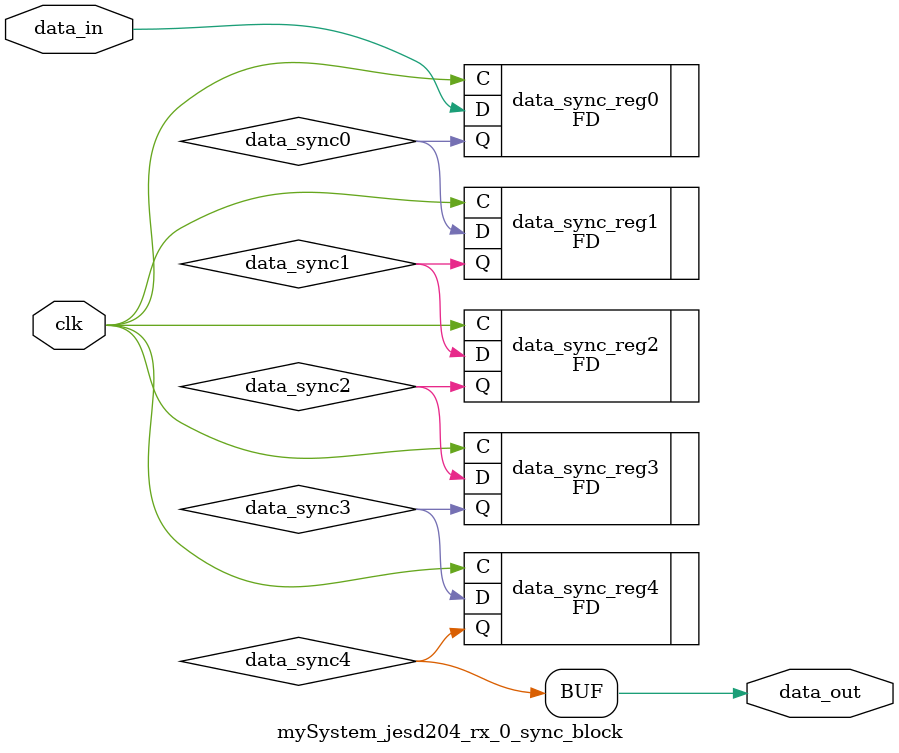
<source format=v>




`timescale 1ps / 1ps

//(* dont_touch = "yes" *)
module mySystem_jesd204_rx_0_sync_block #(
  parameter INITIALISE = 1'b0
)
(
  input        clk,              // clock to be sync'ed to
  input        data_in,          // Data to be 'synced'
  output       data_out          // synced data
);

  // Internal Signals
  wire   data_sync0;
  wire   data_sync1;
  wire   data_sync2;
  wire   data_sync3;
  wire   data_sync4;


  (* ASYNC_REG = "TRUE", SHREG_EXTRACT = "NO" *)
  FD #(
    .INIT (INITIALISE[0])
  ) data_sync_reg0 (
    .C  (clk),
    .D  (data_in),
    .Q  (data_sync0)
  );

  (* ASYNC_REG = "TRUE", SHREG_EXTRACT = "NO" *)
  FD #(
   .INIT (INITIALISE[0])
  ) data_sync_reg1 (
  .C  (clk),
  .D  (data_sync0),
  .Q  (data_sync1)
  );

  (* ASYNC_REG = "TRUE", SHREG_EXTRACT = "NO" *)
  FD #(
   .INIT (INITIALISE[0])
  ) data_sync_reg2 (
  .C  (clk),
  .D  (data_sync1),
  .Q  (data_sync2)
  );

  (* ASYNC_REG = "TRUE", SHREG_EXTRACT = "NO" *)
  FD #(
   .INIT (INITIALISE[0])
  ) data_sync_reg3 (
  .C  (clk),
  .D  (data_sync2),
  .Q  (data_sync3)
  );

  (* ASYNC_REG = "TRUE", SHREG_EXTRACT = "NO" *)
  FD #(
   .INIT (INITIALISE[0])
  ) data_sync_reg4 (
  .C  (clk),
  .D  (data_sync3),
  .Q  (data_sync4)
  );

  assign data_out = data_sync4;


endmodule

</source>
